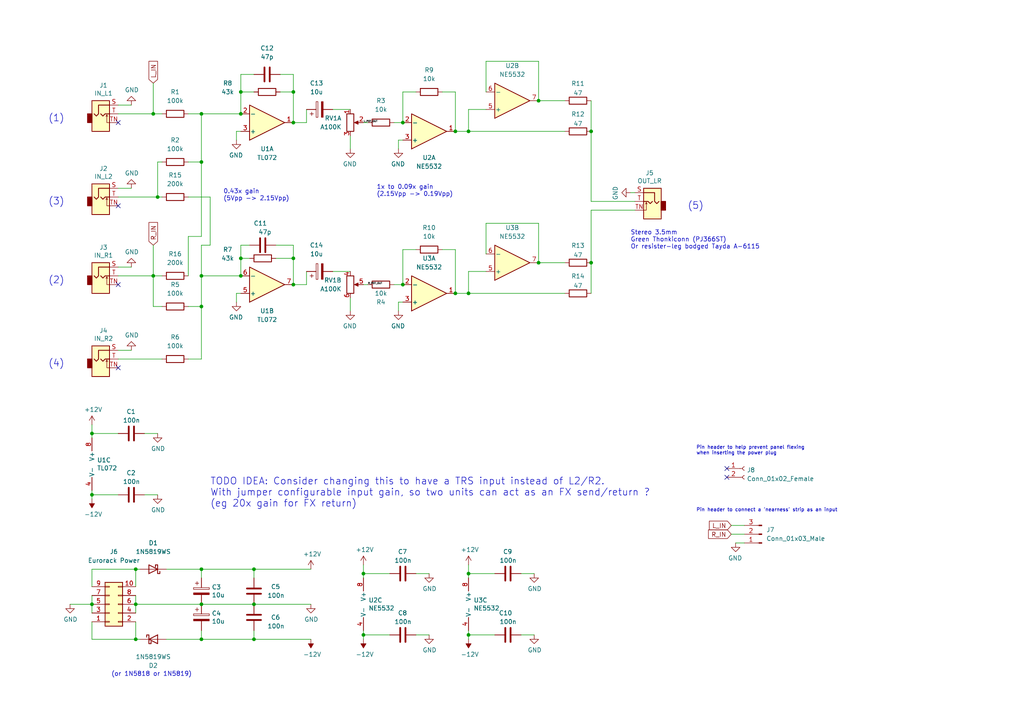
<source format=kicad_sch>
(kicad_sch (version 20230121) (generator eeschema)
  (paper "A4")
  (title_block (title "hedphone") (date "2023-08-06") (rev "1") (company "Andrew Perry, Semi-sensible Synth") (comment 1 "CC BY 4.0"))
  (lib_symbols
    (symbol "Amplifier_Operational:TL072" (pin_names (offset 0.127))
      (property "Reference" "U" (at 0 5.08 0))
      (property "Value" "TL072" (at 0 -5.08 0))
      (symbol "TL072_1_1"
        (polyline (pts (xy -5.08 5.08) (xy 5.08 0) (xy -5.08 -5.08) (xy -5.08 5.08)) (stroke (width 0.254)) (fill (type background)))
        (pin output line (at 7.62 0 180) (length 2.54) (name "~") (number "1"))
        (pin input line (at -7.62 -2.54 0) (length 2.54) (name "-") (number "2"))
        (pin input line (at -7.62 2.54 0) (length 2.54) (name "+") (number "3"))
      )
      (symbol "TL072_2_1"
        (polyline (pts (xy -5.08 5.08) (xy 5.08 0) (xy -5.08 -5.08) (xy -5.08 5.08)) (stroke (width 0.254)) (fill (type background)))
        (pin input line (at -7.62 2.54 0) (length 2.54) (name "+") (number "5"))
        (pin input line (at -7.62 -2.54 0) (length 2.54) (name "-") (number "6"))
        (pin output line (at 7.62 0 180) (length 2.54) (name "~") (number "7"))
      )
      (symbol "TL072_3_1"
        (pin power_in line (at -2.54 -7.62 90) (length 3.81) (name "V-") (number "4"))
        (pin power_in line (at -2.54 7.62 270) (length 3.81) (name "V+") (number "8"))
      )
    )
    (symbol "Connector:AudioJack2_SwitchT"
      (property "Reference" "J" (at 0 8.89 0))
      (property "Value" "AudioJack2_SwitchT" (at 0 6.35 0))
      (symbol "AudioJack2_SwitchT_0_1"
        (rectangle (start -2.54 0) (end -3.81 -2.54) (stroke (width 0.254)) (fill (type outline)))
        (polyline (pts (xy 1.778 -0.254) (xy 2.032 -0.762)))
        (polyline (pts (xy 0 0) (xy 0.635 -0.635) (xy 1.27 0) (xy 2.54 0)) (stroke (width 0.254)))
        (polyline (pts (xy 2.54 -2.54) (xy 1.778 -2.54) (xy 1.778 -0.254) (xy 1.524 -0.762)))
        (polyline (pts (xy 2.54 2.54) (xy -0.635 2.54) (xy -0.635 0) (xy -1.27 -0.635) (xy -1.905 0)) (stroke (width 0.254)))
        (rectangle (start 2.54 3.81) (end -2.54 -5.08) (stroke (width 0.254)) (fill (type background)))
      )
      (symbol "AudioJack2_SwitchT_1_1"
        (pin passive line (at 5.08 2.54 180) (length 2.54) (name "~") (number "S"))
        (pin passive line (at 5.08 0 180) (length 2.54) (name "~") (number "T"))
        (pin passive line (at 5.08 -2.54 180) (length 2.54) (name "~") (number "TN"))
      )
    )
    (symbol "Connector:Conn_01x02_Female" (pin_names (offset 1.016) hide)
      (property "Reference" "J" (at 0 2.54 0))
      (property "Value" "Conn_01x02_Female" (at 0 -5.08 0))
      (symbol "Conn_01x02_Female_1_1"
        (arc (start 0 -2.032) (mid -0.5058 -2.54) (end 0 -3.048) (stroke (width 0.1524)))
        (polyline (pts (xy -1.27 -2.54) (xy -0.508 -2.54)) (stroke (width 0.1524)))
        (polyline (pts (xy -1.27 0) (xy -0.508 0)) (stroke (width 0.1524)))
        (arc (start 0 0.508) (mid -0.5058 0) (end 0 -0.508) (stroke (width 0.1524)))
        (pin passive line (at -5.08 0 0) (length 3.81) (name "Pin_1") (number "1"))
        (pin passive line (at -5.08 -2.54 0) (length 3.81) (name "Pin_2") (number "2"))
      )
    )
    (symbol "Connector:Conn_01x03_Male" (pin_names (offset 1.016) hide)
      (property "Reference" "J" (at 0 5.08 0))
      (property "Value" "Conn_01x03_Male" (at 0 -5.08 0))
      (symbol "Conn_01x03_Male_1_1"
        (polyline (pts (xy 1.27 -2.54) (xy 0.8636 -2.54)) (stroke (width 0.1524)))
        (polyline (pts (xy 1.27 0) (xy 0.8636 0)) (stroke (width 0.1524)))
        (polyline (pts (xy 1.27 2.54) (xy 0.8636 2.54)) (stroke (width 0.1524)))
        (rectangle (start 0.8636 -2.413) (end 0 -2.667) (stroke (width 0.1524)) (fill (type outline)))
        (rectangle (start 0.8636 0.127) (end 0 -0.127) (stroke (width 0.1524)) (fill (type outline)))
        (rectangle (start 0.8636 2.667) (end 0 2.413) (stroke (width 0.1524)) (fill (type outline)))
        (pin passive line (at 5.08 2.54 180) (length 3.81) (name "Pin_1") (number "1"))
        (pin passive line (at 5.08 0 180) (length 3.81) (name "Pin_2") (number "2"))
        (pin passive line (at 5.08 -2.54 180) (length 3.81) (name "Pin_3") (number "3"))
      )
    )
    (symbol "Connector_Generic:Conn_02x05_Odd_Even" (pin_names (offset 1.016) hide)
      (property "Reference" "J" (at 1.27 7.62 0))
      (property "Value" "Conn_02x05_Odd_Even" (at 1.27 -7.62 0))
      (symbol "Conn_02x05_Odd_Even_1_1"
        (rectangle (start -1.27 -4.953) (end 0 -5.207) (stroke (width 0.1524)))
        (rectangle (start -1.27 -2.413) (end 0 -2.667) (stroke (width 0.1524)))
        (rectangle (start -1.27 0.127) (end 0 -0.127) (stroke (width 0.1524)))
        (rectangle (start -1.27 2.667) (end 0 2.413) (stroke (width 0.1524)))
        (rectangle (start -1.27 5.207) (end 0 4.953) (stroke (width 0.1524)))
        (rectangle (start -1.27 6.35) (end 3.81 -6.35) (stroke (width 0.254)) (fill (type background)))
        (rectangle (start 3.81 -4.953) (end 2.54 -5.207) (stroke (width 0.1524)))
        (rectangle (start 3.81 -2.413) (end 2.54 -2.667) (stroke (width 0.1524)))
        (rectangle (start 3.81 0.127) (end 2.54 -0.127) (stroke (width 0.1524)))
        (rectangle (start 3.81 2.667) (end 2.54 2.413) (stroke (width 0.1524)))
        (rectangle (start 3.81 5.207) (end 2.54 4.953) (stroke (width 0.1524)))
        (pin passive line (at -5.08 5.08 0) (length 3.81) (name "Pin_1") (number "1"))
        (pin passive line (at 7.62 -5.08 180) (length 3.81) (name "Pin_10") (number "10"))
        (pin passive line (at 7.62 5.08 180) (length 3.81) (name "Pin_2") (number "2"))
        (pin passive line (at -5.08 2.54 0) (length 3.81) (name "Pin_3") (number "3"))
        (pin passive line (at 7.62 2.54 180) (length 3.81) (name "Pin_4") (number "4"))
        (pin passive line (at -5.08 0 0) (length 3.81) (name "Pin_5") (number "5"))
        (pin passive line (at 7.62 0 180) (length 3.81) (name "Pin_6") (number "6"))
        (pin passive line (at -5.08 -2.54 0) (length 3.81) (name "Pin_7") (number "7"))
        (pin passive line (at 7.62 -2.54 180) (length 3.81) (name "Pin_8") (number "8"))
        (pin passive line (at -5.08 -5.08 0) (length 3.81) (name "Pin_9") (number "9"))
      )
    )
    (symbol "Device:C" (pin_numbers hide) (pin_names (offset 0.254))
      (property "Reference" "C" (at 0.635 2.54 0))
      (property "Value" "C" (at 0.635 -2.54 0))
      (symbol "C_0_1"
        (polyline (pts (xy -2.032 -0.762) (xy 2.032 -0.762)) (stroke (width 0.508)))
        (polyline (pts (xy -2.032 0.762) (xy 2.032 0.762)) (stroke (width 0.508)))
      )
      (symbol "C_1_1"
        (pin passive line (at 0 3.81 270) (length 2.794) (name "~") (number "1"))
        (pin passive line (at 0 -3.81 90) (length 2.794) (name "~") (number "2"))
      )
    )
    (symbol "Device:CP" (pin_numbers hide) (pin_names (offset 0.254))
      (property "Reference" "C" (at 0.635 2.54 0))
      (property "Value" "Device_CP" (at 0.635 -2.54 0))
      (symbol "CP_0_1"
        (rectangle (start -2.286 0.508) (end 2.286 1.016))
        (polyline (pts (xy -1.778 2.286) (xy -0.762 2.286)))
        (polyline (pts (xy -1.27 2.794) (xy -1.27 1.778)))
        (rectangle (start 2.286 -0.508) (end -2.286 -1.016) (fill (type outline)))
      )
      (symbol "CP_1_1"
        (pin passive line (at 0 3.81 270) (length 2.794) (name "~") (number "1"))
        (pin passive line (at 0 -3.81 90) (length 2.794) (name "~") (number "2"))
      )
    )
    (symbol "Device:R" (pin_numbers hide) (pin_names (offset 0))
      (property "Reference" "R" (at 2.032 0 90))
      (property "Value" "R" (at 0 0 90))
      (symbol "R_0_1"
        (rectangle (start -1.016 -2.54) (end 1.016 2.54) (stroke (width 0.254)))
      )
      (symbol "R_1_1"
        (pin passive line (at 0 3.81 270) (length 1.27) (name "~") (number "1"))
        (pin passive line (at 0 -3.81 90) (length 1.27) (name "~") (number "2"))
      )
    )
    (symbol "Device:R_Potentiometer_Dual_Separate" (pin_names (offset 1.016) hide)
      (property "Reference" "RV" (at -4.445 0 90))
      (property "Value" "R_Potentiometer_Dual_Separate" (at -2.54 0 90))
      (symbol "R_Potentiometer_Dual_Separate_0_1"
        (polyline (pts (xy 2.54 0) (xy 1.524 0)))
        (polyline (pts (xy 1.143 0) (xy 2.286 0.508) (xy 2.286 -0.508) (xy 1.143 0)) (fill (type outline)))
        (rectangle (start 1.016 2.54) (end -1.016 -2.54) (stroke (width 0.254)))
      )
      (symbol "R_Potentiometer_Dual_Separate_1_1"
        (pin passive line (at 0 3.81 270) (length 1.27) (name "1") (number "1"))
        (pin passive line (at 3.81 0 180) (length 1.27) (name "2") (number "2"))
        (pin passive line (at 0 -3.81 90) (length 1.27) (name "3") (number "3"))
      )
      (symbol "R_Potentiometer_Dual_Separate_2_1"
        (pin passive line (at 0 3.81 270) (length 1.27) (name "4") (number "4"))
        (pin passive line (at 3.81 0 180) (length 1.27) (name "5") (number "5"))
        (pin passive line (at 0 -3.81 90) (length 1.27) (name "6") (number "6"))
      )
    )
    (symbol "Diode:1N5817" (pin_numbers hide) (pin_names (offset 1.016) hide)
      (property "Reference" "D" (at 0 2.54 0))
      (property "Value" "1N5817" (at 0 -2.54 0))
      (symbol "1N5817_0_1"
        (polyline (pts (xy 1.27 0) (xy -1.27 0)))
        (polyline (pts (xy 1.27 1.27) (xy 1.27 -1.27) (xy -1.27 0) (xy 1.27 1.27)) (stroke (width 0.254)))
        (polyline (pts (xy -1.905 0.635) (xy -1.905 1.27) (xy -1.27 1.27) (xy -1.27 -1.27) (xy -0.635 -1.27) (xy -0.635 -0.635)) (stroke (width 0.254)))
      )
      (symbol "1N5817_1_1"
        (pin passive line (at -3.81 0 0) (length 2.54) (name "K") (number "1"))
        (pin passive line (at 3.81 0 180) (length 2.54) (name "A") (number "2"))
      )
    )
    (symbol "power:+12V" (power) (pin_names (offset 0))
      (property "Value" "+12V" (at 0 3.556 0))
      (symbol "+12V_0_1"
        (polyline (pts (xy -0.762 1.27) (xy 0 2.54)))
        (polyline (pts (xy 0 0) (xy 0 2.54)))
        (polyline (pts (xy 0 2.54) (xy 0.762 1.27)))
      )
      (symbol "+12V_1_1"
        (pin power_in line (at 0 0 90) (length 0) hide (name "+12V") (number "1"))
      )
    )
    (symbol "power:-12V" (power) (pin_names (offset 0))
      (property "Value" "-12V" (at 0 3.81 0))
      (symbol "-12V_0_0"
        (pin power_in line (at 0 0 90) (length 0) hide (name "-12V") (number "1"))
      )
      (symbol "-12V_0_1"
        (polyline (pts (xy 0 0) (xy 0 1.27) (xy 0.762 1.27) (xy 0 2.54) (xy -0.762 1.27) (xy 0 1.27)) (fill (type outline)))
      )
    )
    (symbol "power:GND" (power) (pin_names (offset 0))
      (property "Value" "GND" (at 0 -3.81 0))
      (symbol "GND_0_1"
        (polyline (pts (xy 0 0) (xy 0 -1.27) (xy 1.27 -1.27) (xy 0 -2.54) (xy -1.27 -1.27) (xy 0 -1.27)))
      )
      (symbol "GND_1_1"
        (pin power_in line (at 0 0 270) (length 0) hide (name "GND") (number "1"))
      )
    )
  )
  (junction (at 69.85 80.01))
  (junction (at 105.41 166.37))
  (junction (at 135.89 38.1))
  (junction (at 135.89 85.09))
  (junction (at 132.08 38.1))
  (junction (at 58.42 175.26))
  (junction (at 39.37 175.26))
  (junction (at 39.37 165.1))
  (junction (at 73.66 175.26))
  (junction (at 69.85 74.93))
  (junction (at 171.45 38.1))
  (junction (at 85.09 35.56))
  (junction (at 135.89 184.15))
  (junction (at 73.66 185.42))
  (junction (at 156.21 76.2))
  (junction (at 135.89 166.37))
  (junction (at 39.37 185.42))
  (junction (at 58.42 80.01))
  (junction (at 44.45 33.02))
  (junction (at 58.42 185.42))
  (junction (at 58.42 33.02))
  (junction (at 171.45 76.2))
  (junction (at 132.08 85.09))
  (junction (at 44.45 80.01))
  (junction (at 116.84 35.56))
  (junction (at 69.85 26.67))
  (junction (at 85.09 74.93))
  (junction (at 85.09 26.67))
  (junction (at 58.42 46.99))
  (junction (at 45.72 57.15))
  (junction (at 69.85 33.02))
  (junction (at 156.21 29.21))
  (junction (at 26.67 143.51))
  (junction (at 85.09 82.55))
  (junction (at 26.67 175.26))
  (junction (at 116.84 82.55))
  (junction (at 58.42 88.9))
  (junction (at 58.42 165.1))
  (junction (at 26.67 125.73))
  (junction (at 105.41 184.15))
  (junction (at 73.66 165.1))
  (no_connect (at 34.29 82.55))
  (no_connect (at 34.29 59.69))
  (no_connect (at 210.82 138.43))
  (no_connect (at 210.82 135.89))
  (no_connect (at 34.29 106.68))
  (no_connect (at 34.29 35.56))
  (wire (pts (xy 140.97 17.78) (xy 156.21 17.78)))
  (wire (pts (xy 80.01 71.12) (xy 85.09 71.12)))
  (wire (pts (xy 114.3 35.56) (xy 116.84 35.56)))
  (wire (pts (xy 124.46 166.37) (xy 120.65 166.37)))
  (wire (pts (xy 54.61 46.99) (xy 58.42 46.99)))
  (wire (pts (xy 143.51 166.37) (xy 135.89 166.37)))
  (wire (pts (xy 44.45 80.01) (xy 46.99 80.01)))
  (wire (pts (xy 105.41 184.15) (xy 105.41 182.88)))
  (wire (pts (xy 73.66 165.1) (xy 73.66 167.64)))
  (wire (pts (xy 154.94 184.15) (xy 151.13 184.15)))
  (wire (pts (xy 26.67 143.51) (xy 26.67 142.24)))
  (wire (pts (xy 39.37 185.42) (xy 39.37 180.34)))
  (wire (pts (xy 135.89 85.09) (xy 163.83 85.09)))
  (wire (pts (xy 34.29 143.51) (xy 26.67 143.51)))
  (wire (pts (xy 140.97 64.77) (xy 156.21 64.77)))
  (wire (pts (xy 39.37 172.72) (xy 39.37 175.26)))
  (wire (pts (xy 60.96 57.15) (xy 60.96 71.12)))
  (wire (pts (xy 140.97 31.75) (xy 135.89 31.75)))
  (wire (pts (xy 58.42 185.42) (xy 73.66 185.42)))
  (wire (pts (xy 26.67 125.73) (xy 26.67 127)))
  (wire (pts (xy 54.61 88.9) (xy 58.42 88.9)))
  (wire (pts (xy 58.42 33.02) (xy 69.85 33.02)))
  (wire (pts (xy 105.41 166.37) (xy 105.41 167.64)))
  (wire (pts (xy 85.09 74.93) (xy 85.09 82.55)))
  (wire (pts (xy 212.09 154.94) (xy 215.9 154.94)))
  (wire (pts (xy 45.72 143.51) (xy 41.91 143.51)))
  (wire (pts (xy 96.52 78.74) (xy 101.6 78.74)))
  (wire (pts (xy 115.57 40.64) (xy 115.57 43.18)))
  (wire (pts (xy 60.96 71.12) (xy 58.42 71.12)))
  (wire (pts (xy 69.85 74.93) (xy 69.85 71.12)))
  (wire (pts (xy 101.6 86.36) (xy 101.6 90.17)))
  (wire (pts (xy 81.28 26.67) (xy 85.09 26.67)))
  (wire (pts (xy 73.66 175.26) (xy 90.17 175.26)))
  (wire (pts (xy 135.89 78.74) (xy 135.89 85.09)))
  (wire (pts (xy 26.67 180.34) (xy 26.67 185.42)))
  (wire (pts (xy 26.67 175.26) (xy 20.32 175.26)))
  (wire (pts (xy 88.9 31.75) (xy 88.9 35.56)))
  (wire (pts (xy 135.89 163.83) (xy 135.89 166.37)))
  (wire (pts (xy 135.89 184.15) (xy 135.89 182.88)))
  (wire (pts (xy 85.09 26.67) (xy 85.09 35.56)))
  (wire (pts (xy 39.37 165.1) (xy 26.67 165.1)))
  (wire (pts (xy 88.9 35.56) (xy 85.09 35.56)))
  (wire (pts (xy 135.89 166.37) (xy 135.89 167.64)))
  (wire (pts (xy 44.45 88.9) (xy 46.99 88.9)))
  (wire (pts (xy 38.1 101.6) (xy 34.29 101.6)))
  (wire (pts (xy 128.27 72.39) (xy 132.08 72.39)))
  (wire (pts (xy 132.08 85.09) (xy 135.89 85.09)))
  (wire (pts (xy 171.45 38.1) (xy 171.45 58.42)))
  (wire (pts (xy 58.42 88.9) (xy 58.42 80.01)))
  (wire (pts (xy 48.26 185.42) (xy 58.42 185.42)))
  (wire (pts (xy 156.21 76.2) (xy 163.83 76.2)))
  (wire (pts (xy 96.52 31.75) (xy 101.6 31.75)))
  (wire (pts (xy 54.61 80.01) (xy 54.61 68.58)))
  (wire (pts (xy 34.29 80.01) (xy 44.45 80.01)))
  (wire (pts (xy 105.41 185.42) (xy 105.41 184.15)))
  (wire (pts (xy 45.72 125.73) (xy 41.91 125.73)))
  (wire (pts (xy 45.72 46.99) (xy 46.99 46.99)))
  (wire (pts (xy 58.42 68.58) (xy 58.42 46.99)))
  (wire (pts (xy 68.58 38.1) (xy 68.58 40.64)))
  (wire (pts (xy 213.36 157.48) (xy 215.9 157.48)))
  (wire (pts (xy 80.01 74.93) (xy 85.09 74.93)))
  (wire (pts (xy 58.42 80.01) (xy 69.85 80.01)))
  (wire (pts (xy 171.45 58.42) (xy 184.15 58.42)))
  (wire (pts (xy 81.28 21.59) (xy 85.09 21.59)))
  (wire (pts (xy 116.84 26.67) (xy 120.65 26.67)))
  (wire (pts (xy 38.1 30.48) (xy 34.29 30.48)))
  (wire (pts (xy 69.85 26.67) (xy 69.85 33.02)))
  (wire (pts (xy 132.08 38.1) (xy 135.89 38.1)))
  (wire (pts (xy 132.08 72.39) (xy 132.08 85.09)))
  (wire (pts (xy 26.67 165.1) (xy 26.67 170.18)))
  (wire (pts (xy 58.42 167.64) (xy 58.42 165.1)))
  (wire (pts (xy 54.61 57.15) (xy 60.96 57.15)))
  (wire (pts (xy 73.66 165.1) (xy 90.17 165.1)))
  (wire (pts (xy 58.42 175.26) (xy 73.66 175.26)))
  (wire (pts (xy 135.89 38.1) (xy 163.83 38.1)))
  (wire (pts (xy 212.09 152.4) (xy 215.9 152.4)))
  (wire (pts (xy 124.46 184.15) (xy 120.65 184.15)))
  (wire (pts (xy 48.26 165.1) (xy 58.42 165.1)))
  (wire (pts (xy 26.67 172.72) (xy 26.67 175.26)))
  (wire (pts (xy 44.45 88.9) (xy 44.45 80.01)))
  (wire (pts (xy 26.67 185.42) (xy 39.37 185.42)))
  (wire (pts (xy 58.42 165.1) (xy 73.66 165.1)))
  (wire (pts (xy 69.85 85.09) (xy 68.58 85.09)))
  (wire (pts (xy 140.97 26.67) (xy 140.97 17.78)))
  (wire (pts (xy 116.84 87.63) (xy 115.57 87.63)))
  (wire (pts (xy 116.84 82.55) (xy 116.84 72.39)))
  (wire (pts (xy 58.42 71.12) (xy 58.42 80.01)))
  (wire (pts (xy 116.84 72.39) (xy 120.65 72.39)))
  (wire (pts (xy 34.29 125.73) (xy 26.67 125.73)))
  (wire (pts (xy 44.45 33.02) (xy 46.99 33.02)))
  (wire (pts (xy 114.3 82.55) (xy 116.84 82.55)))
  (wire (pts (xy 26.67 123.19) (xy 26.67 125.73)))
  (wire (pts (xy 40.64 165.1) (xy 39.37 165.1)))
  (wire (pts (xy 116.84 40.64) (xy 115.57 40.64)))
  (wire (pts (xy 154.94 166.37) (xy 151.13 166.37)))
  (wire (pts (xy 116.84 35.56) (xy 116.84 26.67)))
  (wire (pts (xy 140.97 78.74) (xy 135.89 78.74)))
  (wire (pts (xy 58.42 182.88) (xy 58.42 185.42)))
  (wire (pts (xy 113.03 184.15) (xy 105.41 184.15)))
  (wire (pts (xy 34.29 104.14) (xy 46.99 104.14)))
  (wire (pts (xy 54.61 33.02) (xy 58.42 33.02)))
  (wire (pts (xy 132.08 26.67) (xy 132.08 38.1)))
  (wire (pts (xy 69.85 38.1) (xy 68.58 38.1)))
  (wire (pts (xy 85.09 21.59) (xy 85.09 26.67)))
  (wire (pts (xy 182.88 55.88) (xy 184.15 55.88)))
  (wire (pts (xy 54.61 68.58) (xy 58.42 68.58)))
  (wire (pts (xy 171.45 60.96) (xy 171.45 76.2)))
  (wire (pts (xy 34.29 33.02) (xy 44.45 33.02)))
  (wire (pts (xy 143.51 184.15) (xy 135.89 184.15)))
  (wire (pts (xy 105.41 163.83) (xy 105.41 166.37)))
  (wire (pts (xy 88.9 82.55) (xy 85.09 82.55)))
  (wire (pts (xy 26.67 144.78) (xy 26.67 143.51)))
  (wire (pts (xy 135.89 185.42) (xy 135.89 184.15)))
  (wire (pts (xy 135.89 31.75) (xy 135.89 38.1)))
  (wire (pts (xy 38.1 54.61) (xy 34.29 54.61)))
  (wire (pts (xy 40.64 185.42) (xy 39.37 185.42)))
  (wire (pts (xy 171.45 29.21) (xy 171.45 38.1)))
  (wire (pts (xy 73.66 21.59) (xy 69.85 21.59)))
  (wire (pts (xy 58.42 104.14) (xy 58.42 88.9)))
  (wire (pts (xy 73.66 185.42) (xy 90.17 185.42)))
  (wire (pts (xy 73.66 182.88) (xy 73.66 185.42)))
  (wire (pts (xy 101.6 39.37) (xy 101.6 43.18)))
  (wire (pts (xy 39.37 175.26) (xy 39.37 177.8)))
  (wire (pts (xy 85.09 71.12) (xy 85.09 74.93)))
  (wire (pts (xy 105.41 82.55) (xy 106.68 82.55)))
  (wire (pts (xy 38.1 77.47) (xy 34.29 77.47)))
  (wire (pts (xy 156.21 64.77) (xy 156.21 76.2)))
  (wire (pts (xy 140.97 73.66) (xy 140.97 64.77)))
  (wire (pts (xy 88.9 78.74) (xy 88.9 82.55)))
  (wire (pts (xy 69.85 80.01) (xy 69.85 74.93)))
  (wire (pts (xy 171.45 60.96) (xy 184.15 60.96)))
  (wire (pts (xy 26.67 175.26) (xy 26.67 177.8)))
  (wire (pts (xy 58.42 46.99) (xy 58.42 33.02)))
  (wire (pts (xy 69.85 74.93) (xy 72.39 74.93)))
  (wire (pts (xy 69.85 71.12) (xy 72.39 71.12)))
  (wire (pts (xy 39.37 170.18) (xy 39.37 165.1)))
  (wire (pts (xy 54.61 104.14) (xy 58.42 104.14)))
  (wire (pts (xy 44.45 24.13) (xy 44.45 33.02)))
  (wire (pts (xy 156.21 17.78) (xy 156.21 29.21)))
  (wire (pts (xy 69.85 21.59) (xy 69.85 26.67)))
  (wire (pts (xy 69.85 26.67) (xy 73.66 26.67)))
  (wire (pts (xy 105.41 35.56) (xy 106.68 35.56)))
  (wire (pts (xy 113.03 166.37) (xy 105.41 166.37)))
  (wire (pts (xy 45.72 46.99) (xy 45.72 57.15)))
  (wire (pts (xy 171.45 76.2) (xy 171.45 85.09)))
  (wire (pts (xy 156.21 29.21) (xy 163.83 29.21)))
  (wire (pts (xy 39.37 175.26) (xy 58.42 175.26)))
  (wire (pts (xy 115.57 87.63) (xy 115.57 90.17)))
  (wire (pts (xy 44.45 71.12) (xy 44.45 80.01)))
  (wire (pts (xy 68.58 85.09) (xy 68.58 87.63)))
  (wire (pts (xy 45.72 57.15) (xy 34.29 57.15)))
  (wire (pts (xy 128.27 26.67) (xy 132.08 26.67)))
  (wire (pts (xy 45.72 57.15) (xy 46.99 57.15)))
  (text "(3)" (at 13.97 59.69 0) (effects (font (size 2 2)) (justify left bottom)))
  (text "(4)" (at 13.97 106.68 0) (effects (font (size 2 2)) (justify left bottom)))
  (text "Stereo 3.5mm\nGreen Thonkiconn (PJ366ST)\nOr resister-leg bodged Tayda A-6115" (at 182.88 72.39 0) (effects (font (size 1.27 1.27)) (justify left bottom)))
  (text "Pin header to connect a 'nearness' strip as an input" (at 201.93 148.59 0) (effects (font (size 1 1)) (justify left bottom)))
  (text "(1)" (at 13.97 35.56 0) (effects (font (size 2 2)) (justify left bottom)))
  (text "TODO IDEA: Consider changing this to have a TRS input instead of L2/R2.\nWith jumper configurable input gain, so two units can act as an FX send/return ?\n(eg 20x gain for FX return)" (at 60.96 147.32 0) (effects (font (size 2 2)) (justify left bottom)))
  (text "0.43x gain\n(5Vpp -> 2.15Vpp)" (at 64.77 58.42 0) (effects (font (size 1.27 1.27)) (justify left bottom)))
  (text "(or 1N5818 or 1N5819)" (at 32.258 196.342 0) (effects (font (size 1.27 1.27)) (justify left bottom)))
  (text "(2)" (at 13.97 82.55 0) (effects (font (size 2 2)) (justify left bottom)))
  (text "(5)" (at 199.39 60.96 0) (effects (font (size 2 2)) (justify left bottom)))
  (text "https://www.falstad.com/circuit/circuitjs.html?ctz=CQAgjCAMB0l5YCsA2ATIkAWR0DsZNN8BmVZADgE5JKRFc67I6BTAWjDACgA3ED5M0rJ+YQeBHMIhZrKhRoiLgHNR44WqlhU8yFwBOmif2SZjU+HAMhyU1ORCpUZ7Q+aZi8LgHdHz8PZ+LriSXACGNlIhQeDRDkiiGGCWcKxspGYWllwA8jFg0fbx0bJcAMaRIKYx1e547JwgxNDEuPTsxGC0MHDcvrZVZgOuUD41Zk4ugXqqw5Q6A6iQbqOGAlLibNVicsnZquuOmMyH6JKjfKfHRjvyEANysorWHNHEiDpsA+86WV4HBREHk+gKwmBWekuoOBojeHzu4E4j10zzWt0w1S2ZgxmXAKRURkQhEJ4lKUPERLMhxxCMQiGRTyUs2YxHIQ3cqVKvkmjhQMVIXMqZ0qAtGFUWfJ5wrquAaEGarXa6S6Cl6uX5FEc5AcxE1pQi301PN1DniGA4SRSzEQHX8fys3P8ouNeus3yW-I97k8Dv433h-t+YyxWFqocyY3c1UDo18Iduw1Jwe25zEsbuIkTguGgSz6fdzBjejR4lubHBMWYS2ycYrPKLL1BP0qtyr+NQjR5Td1jmWCNsqW4HYgLp1HswaakkVSqC4AHt5GHjpQ3LB4CFUJRiJRsJ10Kr91X5MR51VBvIAB7kZLaRgwCAP8CjBf+MNXm86VCKBQjp8QPSsuAxAgAAYv+8jmhAACyYQXgAOgAzgAanOAA2AAuYTKCwXCAWmYG6IwHAgDB8HIWhmHYbhKwEXIkEkbBiEoRhWE4XhtC0RBogMWRzGUThQA" (at 7.62 222.25 0) (effects (font (size 1.27 1.27)) (justify left bottom)))
  (text "1x to 0.09x gain\n(2.15Vpp -> 0.19Vpp)" (at 109.22 57.15 0) (effects (font (size 1.27 1.27)) (justify left bottom)))
  (text "Pin header to help prevent panel flexing\nwhen inserting the power plug" (at 201.93 132.08 0) (effects (font (size 1 1)) (justify left bottom)))
  (label "L_POT_OUT" (at 105.41 35.56 0) (effects (font (size 0.5 0.5))))
  (label "R_POT_OUT" (at 106.68 82.55 0) (effects (font (size 0.5 0.5))))
  (global_label "L_IN" (shape input) (at 44.45 24.13 90) (property "Intersheetrefs" "${INTERSHEET_REFS}" (effects hide)))
  (global_label "R_IN" (shape input) (at 44.45 71.12 90) (property "Intersheetrefs" "${INTERSHEET_REFS}" (effects hide)))
  (global_label "L_IN" (shape input) (at 212.09 152.4 180) (property "Intersheetrefs" "${INTERSHEET_REFS}" (effects hide)))
  (global_label "R_IN" (shape input) (at 212.09 154.94 180) (property "Intersheetrefs" "${INTERSHEET_REFS}" (effects hide)))
  (symbol (lib_id "Amplifier_Operational:TL072") (at 77.47 35.56 0) (mirror x) (unit 1)
    (property "Reference" "U1" (at 77.47 43.18 0))
    (property "Value" "TL072" (at 77.47 45.72 0))
    (property "Footprint" "Package_SO:SOIC-8_3.9x4.9mm_P1.27mm" (effects hide))
    (property "Datasheet" "http://www.ti.com/lit/ds/symlink/tl071.pdf" (effects hide))
    (property "LCSC part number" "C6961" (effects hide))
    (property "LCSC" "C6961" (effects hide))
  )
  (symbol (lib_id "Amplifier_Operational:TL072") (at 107.95 175.26 0) (unit 3)
    (property "Reference" "U2" (at 106.8832 174.0916 0) (effects (justify left)))
    (property "Value" "NE5532" (at 106.8832 176.403 0) (effects (justify left)))
    (property "Footprint" "Package_SO:SOIC-8_3.9x4.9mm_P1.27mm" (effects hide))
    (property "Datasheet" "http://www.ti.com/lit/ds/symlink/tl071.pdf" (effects hide))
    (property "LCSC part number" "C7426" (effects hide))
    (property "LCSC" "C7426" (effects hide))
  )
  (symbol (lib_id "Connector:AudioJack2_SwitchT") (at 29.21 33.02 0) (unit 1)
    (property "Reference" "J1" (at 30.0228 24.765 0))
    (property "Value" "IN_L1" (at 30.0228 27.0764 0))
    (property "Footprint" "Eurorack:3.5mm_tip_switch_thonkiconn" (effects hide))
  )
  (symbol (lib_id "Connector_Generic:Conn_02x05_Odd_Even") (at 31.75 175.26 0) (mirror x) (unit 1)
    (property "Reference" "J6" (at 33.02 160.02 0))
    (property "Value" "Eurorack Power" (at 33.02 162.56 0))
    (property "Footprint" "Connector_PinHeader_2.54mm:PinHeader_2x05_P2.54mm_Vertical" (effects hide))
  )
  (symbol (lib_id "Device:C") (at 116.84 166.37 90) (unit 1)
    (property "Reference" "C7" (at 118.11 160.02 90) (effects (justify left)))
    (property "Value" "100n" (at 119.38 162.56 90) (effects (justify left)))
    (property "Footprint" "Capacitor_SMD:C_0603_1608Metric_Pad1.08x0.95mm_HandSolder" (effects hide))
    (property "LCSC part number" "C14663" (effects hide))
    (property "LCSC" "C14663" (effects hide))
  )
  (symbol (lib_id "power:+12V") (at 90.17 165.1 0) (unit 1)
    (property "Reference" "#PWR08" (effects hide))
    (property "Value" "+12V" (at 90.551 160.7058 0))
  )
  (symbol (lib_id "power:-12V") (at 90.17 185.42 0) (mirror x) (unit 1)
    (property "Reference" "#PWR010" (effects hide))
    (property "Value" "-12V" (at 90.551 189.8142 0))
  )
  (symbol (lib_id "power:GND") (at 20.32 175.26 0) (unit 1)
    (property "Reference" "#PWR01" (effects hide))
    (property "Value" "GND" (at 20.447 179.6542 0))
  )
  (symbol (lib_id "power:GND") (at 90.17 175.26 0) (unit 1)
    (property "Reference" "#PWR09" (effects hide))
    (property "Value" "GND" (at 90.297 179.6542 0))
  )
  (symbol (lib_id "power:+12V") (at 105.41 163.83 0) (unit 1)
    (property "Reference" "#PWR011" (effects hide))
    (property "Value" "+12V" (at 105.791 159.4358 0))
  )
  (symbol (lib_id "power:-12V") (at 105.41 185.42 0) (mirror x) (unit 1)
    (property "Reference" "#PWR012" (effects hide))
    (property "Value" "-12V" (at 105.791 189.8142 0))
  )
  (symbol (lib_id "power:GND") (at 38.1 30.48 0) (mirror x) (unit 1)
    (property "Reference" "#PWR04" (effects hide))
    (property "Value" "GND" (at 38.227 26.0858 0))
  )
  (symbol (lib_id "power:GND") (at 182.88 55.88 270) (unit 1)
    (property "Reference" "#PWR013" (effects hide))
    (property "Value" "GND" (at 178.4858 56.007 0))
  )
  (symbol (lib_id "Amplifier_Operational:TL072") (at 77.47 82.55 0) (mirror x) (unit 2)
    (property "Reference" "U1" (at 77.47 90.17 0))
    (property "Value" "TL072" (at 77.47 92.71 0))
    (property "Footprint" "Package_SO:SOIC-8_3.9x4.9mm_P1.27mm" (effects hide))
    (property "Datasheet" "http://www.ti.com/lit/ds/symlink/tl071.pdf" (effects hide))
    (property "LCSC part number" "C6961" (effects hide))
    (property "LCSC" "C6961" (effects hide))
  )
  (symbol (lib_id "Device:C") (at 116.84 184.15 90) (unit 1)
    (property "Reference" "C8" (at 118.11 177.8 90) (effects (justify left)))
    (property "Value" "100n" (at 119.38 180.34 90) (effects (justify left)))
    (property "Footprint" "Capacitor_SMD:C_0603_1608Metric_Pad1.08x0.95mm_HandSolder" (effects hide))
    (property "LCSC part number" "C14663" (effects hide))
    (property "LCSC" "C14663" (effects hide))
  )
  (symbol (lib_id "power:GND") (at 124.46 184.15 0) (unit 1)
    (property "Reference" "#PWR018" (effects hide))
    (property "Value" "GND" (at 124.587 188.5442 0))
  )
  (symbol (lib_id "power:GND") (at 124.46 166.37 0) (unit 1)
    (property "Reference" "#PWR017" (effects hide))
    (property "Value" "GND" (at 124.587 170.7642 0))
  )
  (symbol (lib_id "Device:C") (at 73.66 171.45 180) (unit 1)
    (property "Reference" "C5" (at 81.28 170.18 0) (effects (justify left)))
    (property "Value" "100n" (at 82.55 172.72 0) (effects (justify left)))
    (property "Footprint" "Capacitor_SMD:C_0603_1608Metric_Pad1.08x0.95mm_HandSolder" (effects hide))
    (property "LCSC part number" "C14663" (effects hide))
    (property "LCSC" "C14663" (effects hide))
  )
  (symbol (lib_id "Device:C") (at 73.66 179.07 180) (unit 1)
    (property "Reference" "C6" (at 81.28 179.07 0) (effects (justify left)))
    (property "Value" "100n" (at 82.55 181.61 0) (effects (justify left)))
    (property "Footprint" "Capacitor_SMD:C_0603_1608Metric_Pad1.08x0.95mm_HandSolder" (effects hide))
    (property "LCSC part number" "C14663" (effects hide))
    (property "LCSC" "C14663" (effects hide))
  )
  (symbol (lib_id "Device:CP") (at 58.42 171.45 0) (unit 1)
    (property "Reference" "C3" (at 61.4172 170.2816 0) (effects (justify left)))
    (property "Value" "10u" (at 61.4172 172.593 0) (effects (justify left)))
    (property "Footprint" "Capacitor_SMD:C_1206_3216Metric_Pad1.33x1.80mm_HandSolder" (effects hide))
    (property "LCSC" "C13585" (effects hide))
    (property "LCSC part number" "C13585" (effects hide))
  )
  (symbol (lib_id "Device:CP") (at 58.42 179.07 0) (unit 1)
    (property "Reference" "C4" (at 61.4172 177.9016 0) (effects (justify left)))
    (property "Value" "10u" (at 61.4172 180.213 0) (effects (justify left)))
    (property "Footprint" "Capacitor_SMD:C_1206_3216Metric_Pad1.33x1.80mm_HandSolder" (effects hide))
    (property "LCSC" "C13585" (effects hide))
    (property "LCSC part number" "C13585" (effects hide))
  )
  (symbol (lib_id "Device:R") (at 110.49 35.56 270) (unit 1)
    (property "Reference" "R3" (at 110.49 29.21 90))
    (property "Value" "10k" (at 110.49 31.75 90))
    (property "Footprint" "Resistor_SMD:R_0603_1608Metric_Pad0.98x0.95mm_HandSolder" (effects hide))
    (property "LCSC part number" "C25804 " (effects hide))
    (property "LCSC" "C25804 " (effects hide))
  )
  (symbol (lib_id "Diode:1N5817") (at 44.45 165.1 180) (unit 1)
    (property "Reference" "D1" (at 44.45 157.48 0))
    (property "Value" "1N5819WS" (at 44.45 160.02 0))
    (property "Footprint" "Diode_SMD:D_SOD-523" (effects hide))
    (property "Datasheet" "http://www.vishay.com/docs/88525/1n5817.pdf" (effects hide))
    (property "LCSC part number" "C191023" (effects hide))
    (property "LCSC" "C191023" (effects hide))
  )
  (symbol (lib_id "Diode:1N5817") (at 44.45 185.42 0) (unit 1)
    (property "Reference" "D2" (at 44.45 193.04 0))
    (property "Value" "1N5819WS" (at 44.45 190.5 0))
    (property "Footprint" "Diode_SMD:D_SOD-523" (effects hide))
    (property "Datasheet" "http://www.vishay.com/docs/88525/1n5817.pdf" (effects hide))
    (property "LCSC part number" "C191023" (effects hide))
    (property "LCSC" "C191023" (effects hide))
  )
  (symbol (lib_id "Device:R") (at 124.46 72.39 270) (unit 1)
    (property "Reference" "R10" (at 124.46 66.04 90))
    (property "Value" "10k" (at 124.46 68.58 90))
    (property "Footprint" "Resistor_SMD:R_0603_1608Metric_Pad0.98x0.95mm_HandSolder" (effects hide))
    (property "LCSC part number" "C25804 " (effects hide))
    (property "LCSC" "C25804 " (effects hide))
  )
  (symbol (lib_id "Amplifier_Operational:TL072") (at 138.43 175.26 0) (unit 3)
    (property "Reference" "U3" (at 137.3632 174.0916 0) (effects (justify left)))
    (property "Value" "NE5532" (at 137.3632 176.403 0) (effects (justify left)))
    (property "Footprint" "Package_SO:SOIC-8_3.9x4.9mm_P1.27mm" (effects hide))
    (property "Datasheet" "http://www.ti.com/lit/ds/symlink/tl071.pdf" (effects hide))
    (property "LCSC part number" "C7426" (effects hide))
    (property "LCSC" "C7426" (effects hide))
  )
  (symbol (lib_id "power:GND") (at 101.6 90.17 0) (mirror y) (unit 1)
    (property "Reference" "#PWR0109" (effects hide))
    (property "Value" "GND" (at 101.473 94.5642 0))
  )
  (symbol (lib_id "power:GND") (at 38.1 54.61 0) (mirror x) (unit 1)
    (property "Reference" "#PWR0102" (effects hide))
    (property "Value" "GND" (at 38.227 50.2158 0))
  )
  (symbol (lib_id "power:+12V") (at 135.89 163.83 0) (unit 1)
    (property "Reference" "#PWR019" (effects hide))
    (property "Value" "+12V" (at 136.271 159.4358 0))
  )
  (symbol (lib_id "power:GND") (at 45.72 143.51 0) (unit 1)
    (property "Reference" "#PWR06" (effects hide))
    (property "Value" "GND" (at 45.847 147.9042 0))
  )
  (symbol (lib_id "power:GND") (at 154.94 184.15 0) (unit 1)
    (property "Reference" "#PWR023" (effects hide))
    (property "Value" "GND" (at 155.067 188.5442 0))
  )
  (symbol (lib_id "power:GND") (at 213.36 157.48 0) (mirror y) (unit 1)
    (property "Reference" "#PWR0110" (effects hide))
    (property "Value" "GND" (at 213.233 161.8742 0))
  )
  (symbol (lib_id "Device:C") (at 147.32 166.37 90) (unit 1)
    (property "Reference" "C9" (at 148.59 160.02 90) (effects (justify left)))
    (property "Value" "100n" (at 149.86 162.56 90) (effects (justify left)))
    (property "Footprint" "Capacitor_SMD:C_0603_1608Metric_Pad1.08x0.95mm_HandSolder" (effects hide))
    (property "LCSC part number" "C14663" (effects hide))
    (property "LCSC" "C14663" (effects hide))
  )
  (symbol (lib_id "power:-12V") (at 26.67 144.78 0) (mirror x) (unit 1)
    (property "Reference" "#PWR03" (effects hide))
    (property "Value" "-12V" (at 27.051 149.1742 0))
  )
  (symbol (lib_id "Device:C") (at 38.1 125.73 90) (unit 1)
    (property "Reference" "C1" (at 39.37 119.38 90) (effects (justify left)))
    (property "Value" "100n" (at 40.64 121.92 90) (effects (justify left)))
    (property "Footprint" "Capacitor_SMD:C_0603_1608Metric_Pad1.08x0.95mm_HandSolder" (effects hide))
    (property "LCSC part number" "C14663" (effects hide))
    (property "LCSC" "C14663" (effects hide))
  )
  (symbol (lib_id "Amplifier_Operational:TL072") (at 124.46 85.09 0) (mirror x) (unit 1)
    (property "Reference" "U3" (at 124.46 74.93 0))
    (property "Value" "NE5532" (at 124.46 77.47 0))
    (property "Footprint" "Package_SO:SOIC-8_3.9x4.9mm_P1.27mm" (effects hide))
    (property "Datasheet" "http://www.ti.com/lit/ds/symlink/tl071.pdf" (effects hide))
    (property "LCSC part number" "C7426" (effects hide))
    (property "LCSC" "C7426" (effects hide))
  )
  (symbol (lib_id "Connector:AudioJack2_SwitchT") (at 29.21 80.01 0) (unit 1)
    (property "Reference" "J3" (at 30.0228 71.755 0))
    (property "Value" "IN_R1" (at 30.0228 74.0664 0))
    (property "Footprint" "Eurorack:3.5mm_tip_switch_thonkiconn" (effects hide))
  )
  (symbol (lib_id "power:+12V") (at 26.67 123.19 0) (unit 1)
    (property "Reference" "#PWR02" (effects hide))
    (property "Value" "+12V" (at 27.051 118.7958 0))
  )
  (symbol (lib_id "Device:R") (at 50.8 80.01 270) (unit 1)
    (property "Reference" "R16" (at 50.8 73.66 90))
    (property "Value" "200k" (at 50.8 76.2 90))
    (property "Footprint" "Resistor_SMD:R_0603_1608Metric_Pad0.98x0.95mm_HandSolder" (effects hide))
    (property "LCSC part number" "C25811" (effects hide))
    (property "LCSC" "C25811" (effects hide))
  )
  (symbol (lib_id "power:GND") (at 101.6 43.18 0) (mirror y) (unit 1)
    (property "Reference" "#PWR0108" (effects hide))
    (property "Value" "GND" (at 101.473 47.5742 0))
  )
  (symbol (lib_id "power:GND") (at 68.58 87.63 0) (mirror y) (unit 1)
    (property "Reference" "#PWR0107" (effects hide))
    (property "Value" "GND" (at 68.453 92.0242 0))
  )
  (symbol (lib_id "Device:R_Potentiometer_Dual_Separate") (at 101.6 82.55 0) (unit 2)
    (property "Reference" "RV1" (at 99.06 81.2799 0) (effects (justify right)))
    (property "Value" "A100K" (at 99.06 83.8199 0) (effects (justify right)))
    (property "Footprint" "Potentiometer_THT:Potentiometer_Alpha_RD902F-40-00D_Dual_Vertical" (effects hide))
  )
  (symbol (lib_id "Amplifier_Operational:TL072") (at 148.59 76.2 0) (mirror x) (unit 2)
    (property "Reference" "U3" (at 148.59 66.04 0))
    (property "Value" "NE5532" (at 148.59 68.58 0))
    (property "Footprint" "Package_SO:SOIC-8_3.9x4.9mm_P1.27mm" (effects hide))
    (property "Datasheet" "http://www.ti.com/lit/ds/symlink/tl071.pdf" (effects hide))
    (property "LCSC part number" "C7426" (effects hide))
    (property "LCSC" "C7426" (effects hide))
  )
  (symbol (lib_id "Device:R_Potentiometer_Dual_Separate") (at 101.6 35.56 0) (unit 1)
    (property "Reference" "RV1" (at 99.06 34.2899 0) (effects (justify right)))
    (property "Value" "A100K" (at 99.06 36.8299 0) (effects (justify right)))
    (property "Footprint" "Potentiometer_THT:Potentiometer_Alpha_RD902F-40-00D_Dual_Vertical" (effects hide))
  )
  (symbol (lib_id "Amplifier_Operational:TL072") (at 29.21 134.62 0) (unit 3)
    (property "Reference" "U1" (at 28.1432 133.4516 0) (effects (justify left)))
    (property "Value" "TL072" (at 28.1432 135.763 0) (effects (justify left)))
    (property "Footprint" "Package_SO:SOIC-8_3.9x4.9mm_P1.27mm" (effects hide))
    (property "Datasheet" "http://www.ti.com/lit/ds/symlink/tl071.pdf" (effects hide))
    (property "LCSC part number" "C6961" (effects hide))
    (property "LCSC" "C6961" (effects hide))
  )
  (symbol (lib_id "Device:R") (at 110.49 82.55 270) (unit 1)
    (property "Reference" "R4" (at 110.49 87.63 90))
    (property "Value" "10k" (at 110.49 85.09 90))
    (property "Footprint" "Resistor_SMD:R_0603_1608Metric_Pad0.98x0.95mm_HandSolder" (effects hide))
    (property "LCSC part number" "C25804 " (effects hide))
    (property "LCSC" "C25804 " (effects hide))
  )
  (symbol (lib_id "Device:R") (at 76.2 74.93 270) (unit 1)
    (property "Reference" "R7" (at 66.04 72.39 90))
    (property "Value" "43k" (at 66.04 74.93 90))
    (property "Footprint" "Resistor_SMD:R_0603_1608Metric_Pad0.98x0.95mm_HandSolder" (effects hide))
    (property "LCSC part number" "C23172" (effects hide))
    (property "LCSC" "C23172" (effects hide))
  )
  (symbol (lib_id "Device:R") (at 50.8 57.15 270) (unit 1)
    (property "Reference" "R15" (at 50.8 50.8 90))
    (property "Value" "200k" (at 50.8 53.34 90))
    (property "Footprint" "Resistor_SMD:R_0603_1608Metric_Pad0.98x0.95mm_HandSolder" (effects hide))
    (property "LCSC part number" "C25811" (effects hide))
    (property "LCSC" "C25811" (effects hide))
  )
  (symbol (lib_id "Amplifier_Operational:TL072") (at 148.59 29.21 0) (mirror x) (unit 2)
    (property "Reference" "U2" (at 148.59 19.05 0))
    (property "Value" "NE5532" (at 148.59 21.59 0))
    (property "Footprint" "Package_SO:SOIC-8_3.9x4.9mm_P1.27mm" (effects hide))
    (property "Datasheet" "http://www.ti.com/lit/ds/symlink/tl071.pdf" (effects hide))
    (property "LCSC part number" "C7426" (effects hide))
    (property "LCSC" "C7426" (effects hide))
  )
  (symbol (lib_id "Device:R") (at 50.8 33.02 270) (unit 1)
    (property "Reference" "R1" (at 50.8 26.67 90))
    (property "Value" "100k" (at 50.8 29.21 90))
    (property "Footprint" "Resistor_SMD:R_0603_1608Metric_Pad0.98x0.95mm_HandSolder" (effects hide))
    (property "LCSC part number" "C25803" (effects hide))
    (property "LCSC" "C25803" (effects hide))
  )
  (symbol (lib_id "Device:R") (at 167.64 76.2 270) (unit 1)
    (property "Reference" "R13" (at 167.64 71.2175 90))
    (property "Value" "47" (at 167.64 73.9926 90))
    (property "Footprint" "Resistor_SMD:R_0603_1608Metric_Pad0.98x0.95mm_HandSolder" (effects hide))
    (property "LCSC part number" "C23182" (effects hide))
    (property "LCSC" "C23182" (effects hide))
  )
  (symbol (lib_id "power:GND") (at 115.57 43.18 0) (mirror y) (unit 1)
    (property "Reference" "#PWR0105" (effects hide))
    (property "Value" "GND" (at 115.443 47.5742 0))
  )
  (symbol (lib_id "Device:C") (at 147.32 184.15 90) (unit 1)
    (property "Reference" "C10" (at 148.59 177.8 90) (effects (justify left)))
    (property "Value" "100n" (at 149.86 180.34 90) (effects (justify left)))
    (property "Footprint" "Capacitor_SMD:C_0603_1608Metric_Pad1.08x0.95mm_HandSolder" (effects hide))
    (property "LCSC part number" "C14663" (effects hide))
    (property "LCSC" "C14663" (effects hide))
  )
  (symbol (lib_id "power:GND") (at 38.1 77.47 0) (mirror x) (unit 1)
    (property "Reference" "#PWR0103" (effects hide))
    (property "Value" "GND" (at 38.227 73.0758 0))
  )
  (symbol (lib_id "Connector:Conn_01x02_Female") (at 215.9 135.89 0) (unit 1)
    (property "Reference" "J8" (at 216.6112 136.3253 0) (effects (justify left)))
    (property "Value" "Conn_01x02_Female" (at 216.6112 138.8622 0) (effects (justify left)))
    (property "Footprint" "Connector_PinHeader_2.54mm:PinHeader_1x02_P2.54mm_Vertical" (effects hide))
  )
  (symbol (lib_id "power:-12V") (at 135.89 185.42 0) (mirror x) (unit 1)
    (property "Reference" "#PWR020" (effects hide))
    (property "Value" "-12V" (at 136.271 189.8142 0))
  )
  (symbol (lib_id "Device:CP") (at 92.71 78.74 90) (unit 1)
    (property "Reference" "C14" (at 91.821 71.12 90))
    (property "Value" "10u" (at 91.821 73.66 90))
    (property "Footprint" "Capacitor_SMD:C_1206_3216Metric_Pad1.33x1.80mm_HandSolder" (effects hide))
    (property "LCSC" "C13585" (effects hide))
    (property "LCSC part number" "C13585" (effects hide))
  )
  (symbol (lib_id "Device:R") (at 77.47 26.67 270) (unit 1)
    (property "Reference" "R8" (at 66.04 24.13 90))
    (property "Value" "43k" (at 66.04 26.67 90))
    (property "Footprint" "Resistor_SMD:R_0603_1608Metric_Pad0.98x0.95mm_HandSolder" (effects hide))
    (property "LCSC part number" "C23172" (effects hide))
    (property "LCSC" "C23172" (effects hide))
  )
  (symbol (lib_id "Device:R") (at 124.46 26.67 270) (unit 1)
    (property "Reference" "R9" (at 124.46 20.32 90))
    (property "Value" "10k" (at 124.46 22.86 90))
    (property "Footprint" "Resistor_SMD:R_0603_1608Metric_Pad0.98x0.95mm_HandSolder" (effects hide))
    (property "LCSC part number" "C25804 " (effects hide))
    (property "LCSC" "C25804 " (effects hide))
  )
  (symbol (lib_id "power:GND") (at 68.58 40.64 0) (mirror y) (unit 1)
    (property "Reference" "#PWR0106" (effects hide))
    (property "Value" "GND" (at 68.453 45.0342 0))
  )
  (symbol (lib_id "Connector:AudioJack2_SwitchT") (at 189.23 58.42 0) (mirror y) (unit 1)
    (property "Reference" "J5" (at 188.4172 50.165 0))
    (property "Value" "OUT_LR" (at 188.4172 52.4764 0))
    (property "Footprint" "Eurorack:3.5mm_tip_switch_thonkiconn" (effects hide))
  )
  (symbol (lib_id "Device:R") (at 50.8 88.9 270) (unit 1)
    (property "Reference" "R5" (at 50.8 82.55 90))
    (property "Value" "100k" (at 50.8 85.09 90))
    (property "Footprint" "Resistor_SMD:R_0603_1608Metric_Pad0.98x0.95mm_HandSolder" (effects hide))
    (property "LCSC part number" "C25803" (effects hide))
    (property "LCSC" "C25803" (effects hide))
  )
  (symbol (lib_id "Device:C") (at 76.2 71.12 90) (unit 1)
    (property "Reference" "C11" (at 77.47 64.77 90) (effects (justify left)))
    (property "Value" "47p" (at 78.74 67.31 90) (effects (justify left)))
    (property "Footprint" "Capacitor_SMD:C_0603_1608Metric_Pad1.08x0.95mm_HandSolder" (effects hide))
    (property "LCSC part number" "C1671" (effects hide))
    (property "LCSC" "C1671" (effects hide))
  )
  (symbol (lib_id "power:GND") (at 38.1 101.6 0) (mirror x) (unit 1)
    (property "Reference" "#PWR0101" (effects hide))
    (property "Value" "GND" (at 38.227 97.2058 0))
  )
  (symbol (lib_id "Connector:Conn_01x03_Male") (at 220.98 154.94 180) (unit 1)
    (property "Reference" "J7" (at 222.25 153.6699 0) (effects (justify right)))
    (property "Value" "Conn_01x03_Male" (at 222.25 156.2099 0) (effects (justify right)))
    (property "Footprint" "Connector_PinHeader_2.54mm:PinHeader_1x03_P2.54mm_Vertical" (effects hide))
  )
  (symbol (lib_id "Connector:AudioJack2_SwitchT") (at 29.21 104.14 0) (unit 1)
    (property "Reference" "J4" (at 30.0228 95.885 0))
    (property "Value" "IN_R2" (at 30.0228 98.1964 0))
    (property "Footprint" "Eurorack:3.5mm_tip_switch_thonkiconn" (effects hide))
  )
  (symbol (lib_id "power:GND") (at 154.94 166.37 0) (unit 1)
    (property "Reference" "#PWR022" (effects hide))
    (property "Value" "GND" (at 155.067 170.7642 0))
  )
  (symbol (lib_id "power:GND") (at 45.72 125.73 0) (unit 1)
    (property "Reference" "#PWR05" (effects hide))
    (property "Value" "GND" (at 45.847 130.1242 0))
  )
  (symbol (lib_id "Device:CP") (at 92.71 31.75 90) (unit 1)
    (property "Reference" "C13" (at 91.821 24.13 90))
    (property "Value" "10u" (at 91.821 26.67 90))
    (property "Footprint" "Capacitor_SMD:C_1206_3216Metric_Pad1.33x1.80mm_HandSolder" (effects hide))
    (property "LCSC" "C13585" (effects hide))
    (property "LCSC part number" "C13585" (effects hide))
  )
  (symbol (lib_id "Device:C") (at 77.47 21.59 90) (unit 1)
    (property "Reference" "C12" (at 77.47 13.97 90))
    (property "Value" "47p" (at 77.47 16.51 90))
    (property "Footprint" "Capacitor_SMD:C_0603_1608Metric_Pad1.08x0.95mm_HandSolder" (effects hide))
    (property "LCSC part number" "C1671" (effects hide))
    (property "LCSC" "C1671" (effects hide))
  )
  (symbol (lib_id "Device:R") (at 50.8 104.14 270) (unit 1)
    (property "Reference" "R6" (at 50.8 97.79 90))
    (property "Value" "100k" (at 50.8 100.33 90))
    (property "Footprint" "Resistor_SMD:R_0603_1608Metric_Pad0.98x0.95mm_HandSolder" (effects hide))
    (property "LCSC part number" "C25803" (effects hide))
    (property "LCSC" "C25803" (effects hide))
  )
  (symbol (lib_id "Amplifier_Operational:TL072") (at 124.46 38.1 0) (mirror x) (unit 1)
    (property "Reference" "U2" (at 124.46 45.72 0))
    (property "Value" "NE5532" (at 124.46 48.26 0))
    (property "Footprint" "Package_SO:SOIC-8_3.9x4.9mm_P1.27mm" (effects hide))
    (property "Datasheet" "http://www.ti.com/lit/ds/symlink/tl071.pdf" (effects hide))
    (property "LCSC part number" "C7426" (effects hide))
    (property "LCSC" "C7426" (effects hide))
  )
  (symbol (lib_id "Device:R") (at 167.64 29.21 270) (unit 1)
    (property "Reference" "R11" (at 167.64 24.2275 90))
    (property "Value" "47" (at 167.64 27.0026 90))
    (property "Footprint" "Resistor_SMD:R_0603_1608Metric_Pad0.98x0.95mm_HandSolder" (effects hide))
    (property "LCSC part number" "C23182" (effects hide))
    (property "LCSC" "C23182" (effects hide))
  )
  (symbol (lib_id "Device:R") (at 167.64 85.09 270) (unit 1)
    (property "Reference" "R14" (at 167.64 80.1075 90))
    (property "Value" "47" (at 167.64 82.8826 90))
    (property "Footprint" "Resistor_SMD:R_0603_1608Metric_Pad0.98x0.95mm_HandSolder" (effects hide))
    (property "LCSC part number" "C23182" (effects hide))
    (property "LCSC" "C23182" (effects hide))
  )
  (symbol (lib_id "Device:C") (at 38.1 143.51 90) (unit 1)
    (property "Reference" "C2" (at 39.37 137.16 90) (effects (justify left)))
    (property "Value" "100n" (at 40.64 139.7 90) (effects (justify left)))
    (property "Footprint" "Capacitor_SMD:C_0603_1608Metric_Pad1.08x0.95mm_HandSolder" (effects hide))
    (property "LCSC part number" "C14663" (effects hide))
    (property "LCSC" "C14663" (effects hide))
  )
  (symbol (lib_id "Device:R") (at 50.8 46.99 270) (unit 1)
    (property "Reference" "R2" (at 50.8 40.64 90))
    (property "Value" "100k" (at 50.8 43.18 90))
    (property "Footprint" "Resistor_SMD:R_0603_1608Metric_Pad0.98x0.95mm_HandSolder" (effects hide))
    (property "LCSC part number" "C25803" (effects hide))
    (property "LCSC" "C25803" (effects hide))
  )
  (symbol (lib_id "Connector:AudioJack2_SwitchT") (at 29.21 57.15 0) (unit 1)
    (property "Reference" "J2" (at 30.0228 48.895 0))
    (property "Value" "IN_L2" (at 30.0228 51.2064 0))
    (property "Footprint" "Eurorack:3.5mm_tip_switch_thonkiconn" (effects hide))
  )
  (symbol (lib_id "power:GND") (at 115.57 90.17 0) (mirror y) (unit 1)
    (property "Reference" "#PWR0104" (effects hide))
    (property "Value" "GND" (at 115.443 94.5642 0))
  )
  (symbol (lib_id "Device:R") (at 167.64 38.1 270) (unit 1)
    (property "Reference" "R12" (at 167.64 33.1175 90))
    (property "Value" "47" (at 167.64 35.8926 90))
    (property "Footprint" "Resistor_SMD:R_0603_1608Metric_Pad0.98x0.95mm_HandSolder" (effects hide))
    (property "LCSC part number" "C23182" (effects hide))
    (property "LCSC" "C23182" (effects hide))
  )
)
</source>
